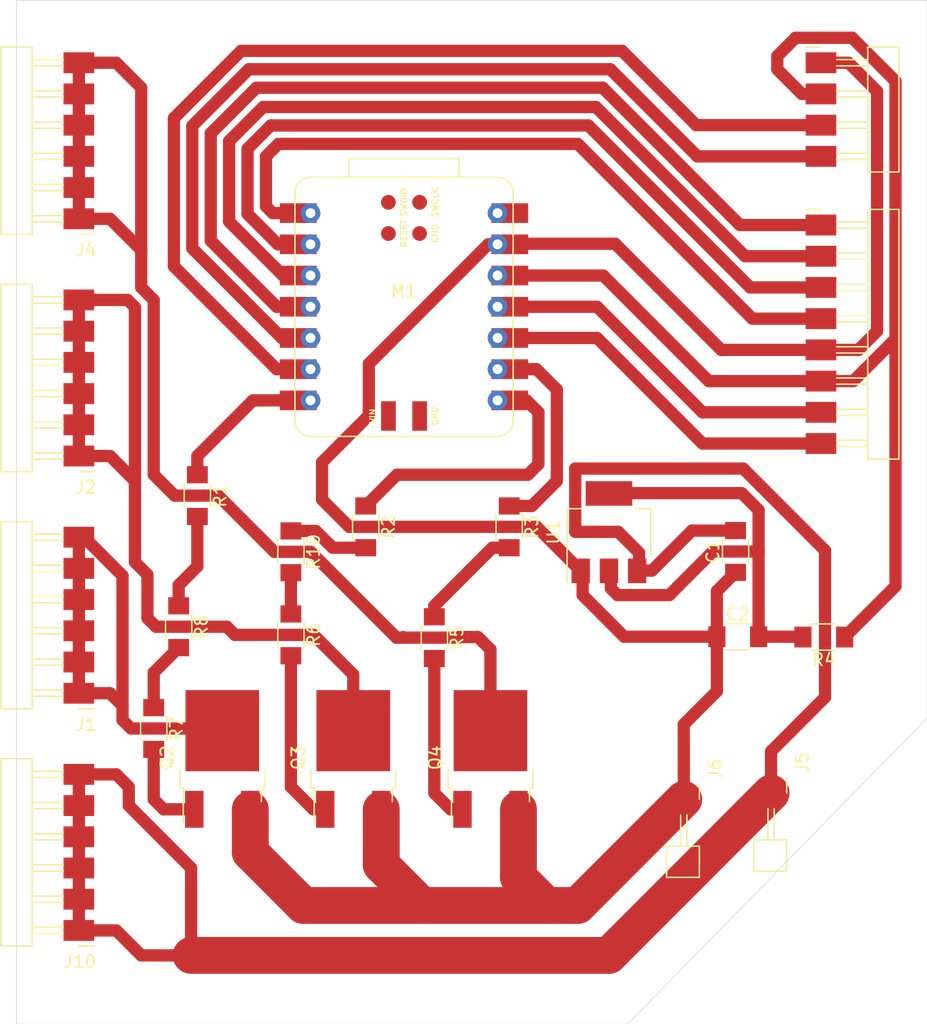
<source format=kicad_pcb>
(kicad_pcb (version 20240108) (generator "pcbnew") (generator_version "8.0")
  (layers (0 "F.Cu" signal) (31 "B.Cu" signal) (34 "B.Paste" user) (35 "F.Paste" user) (36 "B.SilkS" user "B.Silkscreen") (37 "F.SilkS" user "F.Silkscreen") (38 "B.Mask" user) (39 "F.Mask" user) (44 "Edge.Cuts" user))
  (net 0 "")
  (net 1 "PWR_12V")
  (net 2 "PWR_GND")
  (net 3 "3.3V")
  (net 4 "2")
  (net 5 "3")
  (net 6 "SDA")
  (net 7 "SCL")
  (net 8 "4")
  (net 9 "Button4")
  (net 10 "Button2")
  (net 11 "Button3")
  (net 12 "Button1")
  (net 13 "Button5")
  (net 14 "Button6")
  (net 15 "G")
  (net 16 "R")
  (net 17 "B")
  (net 19 "RR")
  (net 20 "GG")
  (net 21 "BB")
  (net 22 "Net-(R3-Pad2)")
  (net 23 "Net-(R1-Pad2)")
  (net 24 "Net-(R7-Pad1)")
  (net 25 "Net-(R10-Pad1)")
  (net 26 "Net-(R10-Pad2)")
  (footprint "Fabac:R_1206" (layer "F.Cu") (at 113.792 99.236 -90)
    (property "Reference" "R1" (at 0 -1.85 90) (layer "F.SilkS"))
    (property "Value" "R_1206")
    (fp_line (start 1 1.07) (end -1 1.07) (stroke (width 0.12)) (layer "F.SilkS"))
    (fp_line (start -1 -1.07) (end 1 -1.07) (stroke (width 0.12)) (layer "F.SilkS"))
    (pad "1" smd rect (at -1.7 0 270) (size 1.4 1.7) (layers "F.Cu" "F.Paste" "F.Mask") (net 16 "R"))
    (pad "2" smd rect (at 1.7 0 270) (size 1.4 1.7) (layers "F.Cu" "F.Paste" "F.Mask") (net 23 "Net-(R1-Pad2)"))
  )
  (footprint "Fabac:PinHeader_1x01_P2.54mm_Horizontal_SMD" (layer "F.Cu") (at 160.528 123.444 -90)
    (property "Reference" "J5" (at -1.524 -2.54 90) (layer "F.SilkS") (effects (justify left)))
    (property "Value" "Conn_PinHeader_1x01_P2.54mm_Horizontal_SMD" (hide yes))
    (fp_line (start 3.81 1.397) (end 3.81 -1.27) (stroke (width 0.12)) (layer "F.SilkS"))
    (fp_line (start 6.35 1.397) (end 3.81 1.397) (stroke (width 0.12)) (layer "F.SilkS"))
    (fp_line (start 3.81 0.254) (end 1.27 0.254) (stroke (width 0.12)) (layer "F.SilkS"))
    (fp_line (start 3.81 -0.254) (end 1.27 -0.254) (stroke (width 0.12)) (layer "F.SilkS"))
    (fp_line (start -1.27 -1.27) (end 0 -1.27) (stroke (width 0.12)) (layer "F.SilkS"))
    (fp_line (start 3.81 -1.27) (end 6.35 -1.27) (stroke (width 0.12)) (layer "F.SilkS"))
    (fp_line (start 6.35 -1.27) (end 6.35 1.397) (stroke (width 0.12)) (layer "F.SilkS"))
    (pad "1" smd rect (at 0 0 270) (size 2.5 1.7) (layers "F.Cu" "F.Paste" "F.Mask") (net 1 "PWR_12V"))
  )
  (footprint "Fabac:TO-252" (layer "F.Cu") (at 126.492 120.564 90)
    (property "Reference" "Q3" (at 0 -4.5 270) (layer "F.SilkS"))
    (property "Value" "Transistor_MOSFET_NCh_TO252")
    (fp_line (start -0.97 -3.45) (end -2.47 -3.45) (stroke (width 0.12)) (layer "F.SilkS"))
    (fp_line (start -2.47 -3.45) (end -2.47 -3.18) (stroke (width 0.12)) (layer "F.SilkS"))
    (fp_line (start -2.47 -3.18) (end -5.3 -3.18) (stroke (width 0.12)) (layer "F.SilkS"))
    (fp_line (start -2.47 3.18) (end -3.57 3.18) (stroke (width 0.12)) (layer "F.SilkS"))
    (fp_line (start -0.97 3.45) (end -2.47 3.45) (stroke (width 0.12)) (layer "F.SilkS"))
    (fp_line (start -2.47 3.45) (end -2.47 3.18) (stroke (width 0.12)) (layer "F.SilkS"))
    (pad "1" smd rect (at -4.2 -2.28 90) (size 3 1.5) (layers "F.Cu" "F.Paste" "F.Mask") (net 20 "GG"))
    (pad "2" smd rect (at 2.2 0 90) (size 6.6 6) (layers "F.Cu" "F.Paste" "F.Mask") (net 5 "3"))
    (pad "3" smd rect (at -4.2 2.28 90) (size 3 1.5) (layers "F.Cu" "F.Paste" "F.Mask") (net 2 "PWR_GND"))
  )
  (footprint "Fabac:R_1206" (layer "F.Cu") (at 133.096 110.794 -90)
    (property "Reference" "R5" (at 0 -1.85 90) (layer "F.SilkS"))
    (property "Value" "R_1206")
    (fp_line (start 1 1.07) (end -1 1.07) (stroke (width 0.12)) (layer "F.SilkS"))
    (fp_line (start -1 -1.07) (end 1 -1.07) (stroke (width 0.12)) (layer "F.SilkS"))
    (pad "1" smd rect (at -1.7 0 270) (size 1.4 1.7) (layers "F.Cu" "F.Paste" "F.Mask") (net 22 "Net-(R3-Pad2)"))
    (pad "2" smd rect (at 1.7 0 270) (size 1.4 1.7) (layers "F.Cu" "F.Paste" "F.Mask") (net 21 "BB"))
  )
  (footprint "Fabac:PinHeader_1x08_P2.54mm_Horizontal_SMD" (layer "F.Cu") (at 164.592 77.216)
    (property "Reference" "J8" (hide yes))
    (property "Value" "Conn_PinHeader_1x08_P2.54mm_Horizontal_SMD" (hide yes))
    (fp_line (start -1.27 -1.27) (end 0 -1.27) (stroke (width 0.12)) (layer "F.SilkS"))
    (fp_line (start 3.81 -1.27) (end 6.35 -1.27) (stroke (width 0.12)) (layer "F.SilkS"))
    (fp_line (start 3.81 -0.254) (end 1.27 -0.254) (stroke (width 0.12)) (layer "F.SilkS"))
    (fp_line (start 3.81 0.254) (end 1.27 0.254) (stroke (width 0.12)) (layer "F.SilkS"))
    (fp_line (start 3.81 2.286) (end 1.27 2.286) (stroke (width 0.12)) (layer "F.SilkS"))
    (fp_line (start 3.81 2.794) (end 1.27 2.794) (stroke (width 0.12)) (layer "F.SilkS"))
    (fp_line (start 3.81 4.826) (end 1.27 4.826) (stroke (width 0.12)) (layer "F.SilkS"))
    (fp_line (start 3.81 5.334) (end 1.27 5.334) (stroke (width 0.12)) (layer "F.SilkS"))
    (fp_line (start 3.81 7.366) (end 1.27 7.366) (stroke (width 0.12)) (layer "F.SilkS"))
    (fp_line (start 3.81 7.874) (end 1.27 7.874) (stroke (width 0.12)) (layer "F.SilkS"))
    (fp_line (start 3.81 9.906) (end 1.27 9.906) (stroke (width 0.12)) (layer "F.SilkS"))
    (fp_line (start 3.81 10.414) (end 1.27 10.414) (stroke (width 0.12)) (layer "F.SilkS"))
    (fp_line (start 3.81 12.446) (end 1.27 12.446) (stroke (width 0.12)) (layer "F.SilkS"))
    (fp_line (start 3.81 12.954) (end 1.27 12.954) (stroke (width 0.12)) (layer "F.SilkS"))
    (fp_line (start 3.81 14.986) (end 1.27 14.986) (stroke (width 0.12)) (layer "F.SilkS"))
    (fp_line (start 3.81 15.494) (end 1.27 15.494) (stroke (width 0.12)) (layer "F.SilkS"))
    (fp_line (start 3.81 17.526) (end 1.27 17.526) (stroke (width 0.12)) (layer "F.SilkS"))
    (fp_line (start 3.81 18.034) (end 1.27 18.034) (stroke (width 0.12)) (layer "F.SilkS"))
    (fp_line (start 3.81 19.05) (end 3.81 -1.27) (stroke (width 0.12)) (layer "F.SilkS"))
    (fp_line (start 6.35 -1.27) (end 6.35 19.05) (stroke (width 0.12)) (layer "F.SilkS"))
    (fp_line (start 6.35 19.05) (end 3.81 19.05) (stroke (width 0.12)) (layer "F.SilkS"))
    (pad "1" smd rect (at 0 0) (size 2.5 1.7) (layers "F.Cu" "F.Paste" "F.Mask") (net 9 "Button4"))
    (pad "2" smd rect (at 0 2.54) (size 2.5 1.7) (layers "F.Cu" "F.Paste" "F.Mask") (net 11 "Button3"))
    (pad "3" smd rect (at 0 5.08) (size 2.5 1.7) (layers "F.Cu" "F.Paste" "F.Mask") (net 10 "Button2"))
    (pad "4" smd rect (at 0 7.62) (size 2.5 1.7) (layers "F.Cu" "F.Paste" "F.Mask") (net 12 "Button1"))
    (pad "5" smd rect (at 0 10.16) (size 2.5 1.7) (layers "F.Cu" "F.Paste" "F.Mask") (net 2 "PWR_GND"))
    (pad "6" smd rect (at 0 12.7) (size 2.5 1.7) (layers "F.Cu" "F.Paste" "F.Mask") (net 3 "3.3V"))
    (pad "7" smd rect (at 0 15.24) (size 2.5 1.7) (layers "F.Cu" "F.Paste" "F.Mask") (net 14 "Button6"))
    (pad "8" smd rect (at 0 17.78) (size 2.5 1.7) (layers "F.Cu" "F.Paste" "F.Mask") (net 13 "Button5"))
  )
  (footprint "Fabac:R_1206" (layer "F.Cu") (at 112.268 109.904 -90)
    (property "Reference" "R8" (at 0 -1.85 90) (layer "F.SilkS"))
    (property "Value" "R_1206")
    (fp_line (start 1 1.07) (end -1 1.07) (stroke (width 0.12)) (layer "F.SilkS"))
    (fp_line (start -1 -1.07) (end 1 -1.07) (stroke (width 0.12)) (layer "F.SilkS"))
    (pad "1" smd rect (at -1.7 0 270) (size 1.4 1.7) (layers "F.Cu" "F.Paste" "F.Mask") (net 23 "Net-(R1-Pad2)"))
    (pad "2" smd rect (at 1.7 0 270) (size 1.4 1.7) (layers "F.Cu" "F.Paste" "F.Mask") (net 24 "Net-(R7-Pad1)"))
  )
  (footprint "Fabac:TO-252" (layer "F.Cu") (at 115.824 120.564 90)
    (property "Reference" "Q2" (at 0 -4.5 270) (layer "F.SilkS"))
    (property "Value" "Transistor_MOSFET_NCh_TO252")
    (fp_line (start -0.97 -3.45) (end -2.47 -3.45) (stroke (width 0.12)) (layer "F.SilkS"))
    (fp_line (start -2.47 -3.45) (end -2.47 -3.18) (stroke (width 0.12)) (layer "F.SilkS"))
    (fp_line (start -2.47 -3.18) (end -5.3 -3.18) (stroke (width 0.12)) (layer "F.SilkS"))
    (fp_line (start -2.47 3.18) (end -3.57 3.18) (stroke (width 0.12)) (layer "F.SilkS"))
    (fp_line (start -0.97 3.45) (end -2.47 3.45) (stroke (width 0.12)) (layer "F.SilkS"))
    (fp_line (start -2.47 3.45) (end -2.47 3.18) (stroke (width 0.12)) (layer "F.SilkS"))
    (pad "1" smd rect (at -4.2 -2.28 90) (size 3 1.5) (layers "F.Cu" "F.Paste" "F.Mask") (net 19 "RR"))
    (pad "2" smd rect (at 2.2 0 90) (size 6.6 6) (layers "F.Cu" "F.Paste" "F.Mask") (net 4 "2"))
    (pad "3" smd rect (at -4.2 2.28 90) (size 3 1.5) (layers "F.Cu" "F.Paste" "F.Mask") (net 2 "PWR_GND"))
  )
  (footprint "Fabac:PinHeader_1x01_P2.54mm_Horizontal_SMD" (layer "F.Cu") (at 153.416 123.952 -90)
    (property "Reference" "J6" (at -1.524 -2.54 90) (layer "F.SilkS") (effects (justify left)))
    (property "Value" "Conn_PinHeader_1x01_P2.54mm_Horizontal_SMD" (hide yes))
    (fp_line (start 3.81 1.397) (end 3.81 -1.27) (stroke (width 0.12)) (layer "F.SilkS"))
    (fp_line (start 6.35 1.397) (end 3.81 1.397) (stroke (width 0.12)) (layer "F.SilkS"))
    (fp_line (start 3.81 0.254) (end 1.27 0.254) (stroke (width 0.12)) (layer "F.SilkS"))
    (fp_line (start 3.81 -0.254) (end 1.27 -0.254) (stroke (width 0.12)) (layer "F.SilkS"))
    (fp_line (start -1.27 -1.27) (end 0 -1.27) (stroke (width 0.12)) (layer "F.SilkS"))
    (fp_line (start 3.81 -1.27) (end 6.35 -1.27) (stroke (width 0.12)) (layer "F.SilkS"))
    (fp_line (start 6.35 -1.27) (end 6.35 1.397) (stroke (width 0.12)) (layer "F.SilkS"))
    (pad "1" smd rect (at 0 0 270) (size 2.5 1.7) (layers "F.Cu" "F.Paste" "F.Mask") (net 2 "PWR_GND"))
  )
  (footprint "Fabac:PinHeader_1x04_P2.54mm_Horizontal_SMD" (layer "F.Cu") (at 164.592 64.008)
    (property "Reference" "J3" (hide yes))
    (property "Value" "Conn_PinHeader_1x04_P2.54mm_Horizontal_SMD" (hide yes))
    (fp_line (start -1.27 -1.27) (end 0 -1.27) (stroke (width 0.12)) (layer "F.SilkS"))
    (fp_line (start 3.81 -1.27) (end 6.35 -1.27) (stroke (width 0.12)) (layer "F.SilkS"))
    (fp_line (start 3.81 -0.254) (end 1.27 -0.254) (stroke (width 0.12)) (layer "F.SilkS"))
    (fp_line (start 3.81 0.254) (end 1.27 0.254) (stroke (width 0.12)) (layer "F.SilkS"))
    (fp_line (start 3.81 2.286) (end 1.27 2.286) (stroke (width 0.12)) (layer "F.SilkS"))
    (fp_line (start 3.81 2.794) (end 1.27 2.794) (stroke (width 0.12)) (layer "F.SilkS"))
    (fp_line (start 3.81 4.826) (end 1.27 4.826) (stroke (width 0.12)) (layer "F.SilkS"))
    (fp_line (start 3.81 5.334) (end 1.27 5.334) (stroke (width 0.12)) (layer "F.SilkS"))
    (fp_line (start 3.81 7.366) (end 1.27 7.366) (stroke (width 0.12)) (layer "F.SilkS"))
    (fp_line (start 3.81 7.874) (end 1.27 7.874) (stroke (width 0.12)) (layer "F.SilkS"))
    (fp_line (start 3.81 8.89) (end 3.81 -1.27) (stroke (width 0.12)) (layer "F.SilkS"))
    (fp_line (start 6.35 -1.27) (end 6.35 8.89) (stroke (width 0.12)) (layer "F.SilkS"))
    (fp_line (start 6.35 8.89) (end 3.81 8.89) (stroke (width 0.12)) (layer "F.SilkS"))
    (pad "1" smd rect (at 0 0) (size 2.5 1.7) (layers "F.Cu" "F.Paste" "F.Mask") (net 2 "PWR_GND"))
    (pad "2" smd rect (at 0 2.54) (size 2.5 1.7) (layers "F.Cu" "F.Paste" "F.Mask") (net 3 "3.3V"))
    (pad "3" smd rect (at 0 5.08) (size 2.5 1.7) (layers "F.Cu" "F.Paste" "F.Mask") (net 7 "SCL"))
    (pad "4" smd rect (at 0 7.62) (size 2.5 1.7) (layers "F.Cu" "F.Paste" "F.Mask") (net 6 "SDA"))
  )
  (footprint "Fabac:R_1206" (layer "F.Cu") (at 127.508 101.776 -90)
    (property "Reference" "R2" (at 0 -1.85 90) (layer "F.SilkS"))
    (property "Value" "R_1206")
    (fp_line (start 1 1.07) (end -1 1.07) (stroke (width 0.12)) (layer "F.SilkS"))
    (fp_line (start -1 -1.07) (end 1 -1.07) (stroke (width 0.12)) (layer "F.SilkS"))
    (pad "1" smd rect (at -1.7 0 270) (size 1.4 1.7) (layers "F.Cu" "F.Paste" "F.Mask") (net 15 "G"))
    (pad "2" smd rect (at 1.7 0 270) (size 1.4 1.7) (layers "F.Cu" "F.Paste" "F.Mask") (net 25 "Net-(R10-Pad1)"))
  )
  (footprint "Fabac:PinHeader_1x06_P2.54mm_Horizontal_SMD" (layer "F.Cu") (at 104.14 115.316 180)
    (property "Reference" "J1" (at -1.524 -2.54 180) (layer "F.SilkS") (effects (justify right)))
    (property "Value" "Conn_PinHeader_1x06_P2.54mm_Horizontal_SMD" (hide yes))
    (fp_line (start 6.35 13.97) (end 3.81 13.97) (stroke (width 0.12)) (layer "F.SilkS"))
    (fp_line (start 6.35 -1.27) (end 6.35 13.97) (stroke (width 0.12)) (layer "F.SilkS"))
    (fp_line (start 3.81 13.97) (end 3.81 -1.27) (stroke (width 0.12)) (layer "F.SilkS"))
    (fp_line (start 3.81 12.954) (end 1.27 12.954) (stroke (width 0.12)) (layer "F.SilkS"))
    (fp_line (start 3.81 12.446) (end 1.27 12.446) (stroke (width 0.12)) (layer "F.SilkS"))
    (fp_line (start 3.81 10.414) (end 1.27 10.414) (stroke (width 0.12)) (layer "F.SilkS"))
    (fp_line (start 3.81 9.906) (end 1.27 9.906) (stroke (width 0.12)) (layer "F.SilkS"))
    (fp_line (start 3.81 7.874) (end 1.27 7.874) (stroke (width 0.12)) (layer "F.SilkS"))
    (fp_line (start 3.81 7.366) (end 1.27 7.366) (stroke (width 0.12)) (layer "F.SilkS"))
    (fp_line (start 3.81 5.334) (end 1.27 5.334) (stroke (width 0.12)) (layer "F.SilkS"))
    (fp_line (start 3.81 4.826) (end 1.27 4.826) (stroke (width 0.12)) (layer "F.SilkS"))
    (fp_line (start 3.81 2.794) (end 1.27 2.794) (stroke (width 0.12)) (layer "F.SilkS"))
    (fp_line (start 3.81 2.286) (end 1.27 2.286) (stroke (width 0.12)) (layer "F.SilkS"))
    (fp_line (start 3.81 0.254) (end 1.27 0.254) (stroke (width 0.12)) (layer "F.SilkS"))
    (fp_line (start 3.81 -0.254) (end 1.27 -0.254) (stroke (width 0.12)) (layer "F.SilkS"))
    (fp_line (start 3.81 -1.27) (end 6.35 -1.27) (stroke (width 0.12)) (layer "F.SilkS"))
    (fp_line (start -1.27 -1.27) (end 0 -1.27) (stroke (width 0.12)) (layer "F.SilkS"))
    (pad "1" smd rect (at 0 0 180) (size 2.5 1.7) (layers "F.Cu" "F.Paste" "F.Mask") (net 4 "2"))
    (pad "2" smd rect (at 0 2.54 180) (size 2.5 1.7) (layers "F.Cu" "F.Paste" "F.Mask") (net 4 "2"))
    (pad "3" smd rect (at 0 5.08 180) (size 2.5 1.7) (layers "F.Cu" "F.Paste" "F.Mask") (net 4 "2"))
    (pad "4" smd rect (at 0 7.62 180) (size 2.5 1.7) (layers "F.Cu" "F.Paste" "F.Mask") (net 4 "2"))
    (pad "5" smd rect (at 0 10.16 180) (size 2.5 1.7) (layers "F.Cu" "F.Paste" "F.Mask") (net 4 "2"))
    (pad "6" smd rect (at 0 12.7 180) (size 2.5 1.7) (layers "F.Cu" "F.Paste" "F.Mask") (net 4 "2"))
  )
  (footprint "Fabac:C_1206" (layer "F.Cu") (at 157.636 103.782 90)
    (property "Reference" "C1" (at 0 -1.85 270) (layer "F.SilkS"))
    (property "Value" "C_1206")
    (fp_line (start -1 -1.07) (end 1 -1.07) (stroke (width 0.12)) (layer "F.SilkS"))
    (fp_line (start 1 1.07) (end -1 1.07) (stroke (width 0.12)) (layer "F.SilkS"))
    (pad "1" smd rect (at -1.7 0 90) (size 1.4 1.7) (layers "F.Cu" "F.Paste" "F.Mask") (net 2 "PWR_GND"))
    (pad "2" smd rect (at 1.7 0 90) (size 1.4 1.7) (layers "F.Cu" "F.Paste" "F.Mask") (net 1 "PWR_12V"))
  )
  (footprint "Fabac:TO-252" (layer "F.Cu") (at 137.668 120.564 90)
    (property "Reference" "Q4" (at 0 -4.5 270) (layer "F.SilkS"))
    (property "Value" "Transistor_MOSFET_NCh_TO252")
    (fp_line (start -0.97 -3.45) (end -2.47 -3.45) (stroke (width 0.12)) (layer "F.SilkS"))
    (fp_line (start -2.47 -3.45) (end -2.47 -3.18) (stroke (width 0.12)) (layer "F.SilkS"))
    (fp_line (start -2.47 -3.18) (end -5.3 -3.18) (stroke (width 0.12)) (layer "F.SilkS"))
    (fp_line (start -2.47 3.18) (end -3.57 3.18) (stroke (width 0.12)) (layer "F.SilkS"))
    (fp_line (start -0.97 3.45) (end -2.47 3.45) (stroke (width 0.12)) (layer "F.SilkS"))
    (fp_line (start -2.47 3.45) (end -2.47 3.18) (stroke (width 0.12)) (layer "F.SilkS"))
    (pad "1" smd rect (at -4.2 -2.28 90) (size 3 1.5) (layers "F.Cu" "F.Paste" "F.Mask") (net 21 "BB"))
    (pad "2" smd rect (at 2.2 0 90) (size 6.6 6) (layers "F.Cu" "F.Paste" "F.Mask") (net 8 "4"))
    (pad "3" smd rect (at -4.2 2.28 90) (size 3 1.5) (layers "F.Cu" "F.Paste" "F.Mask") (net 2 "PWR_GND"))
  )
  (footprint "Fabac:R_1206" (layer "F.Cu") (at 121.412 110.568 -90)
    (property "Reference" "R6" (at 0 -1.85 90) (layer "F.SilkS"))
    (property "Value" "R_1206")
    (fp_line (start 1 1.07) (end -1 1.07) (stroke (width 0.12)) (layer "F.SilkS"))
    (fp_line (start -1 -1.07) (end 1 -1.07) (stroke (width 0.12)) (layer "F.SilkS"))
    (pad "1" smd rect (at -1.7 0 270) (size 1.4 1.7) (layers "F.Cu" "F.Paste" "F.Mask") (net 26 "Net-(R10-Pad2)"))
    (pad "2" smd rect (at 1.7 0 270) (size 1.4 1.7) (layers "F.Cu" "F.Paste" "F.Mask") (net 20 "GG"))
  )
  (footprint "Fabac:R_1206" (layer "F.Cu") (at 164.824 110.744 180)
    (property "Reference" "R4" (at 0 -1.85 180) (layer "F.SilkS"))
    (property "Value" "R_1206")
    (fp_line (start 1 1.07) (end -1 1.07) (stroke (width 0.12)) (layer "F.SilkS"))
    (fp_line (start -1 -1.07) (end 1 -1.07) (stroke (width 0.12)) (layer "F.SilkS"))
    (pad "1" smd rect (at -1.7 0 180) (size 1.4 1.7) (layers "F.Cu" "F.Paste" "F.Mask") (net 3 "3.3V"))
    (pad "2" smd rect (at 1.7 0 180) (size 1.4 1.7) (layers "F.Cu" "F.Paste" "F.Mask") (net 3 "3.3V"))
  )
  (footprint "Fabac:R_1206" (layer "F.Cu") (at 139.192 101.776 -90)
    (property "Reference" "R3" (at 0 -1.85 90) (layer "F.SilkS"))
    (property "Value" "R_1206")
    (fp_line (start 1 1.07) (end -1 1.07) (stroke (width 0.12)) (layer "F.SilkS"))
    (fp_line (start -1 -1.07) (end 1 -1.07) (stroke (width 0.12)) (layer "F.SilkS"))
    (pad "1" smd rect (at -1.7 0 270) (size 1.4 1.7) (layers "F.Cu" "F.Paste" "F.Mask") (net 17 "B"))
    (pad "2" smd rect (at 1.7 0 270) (size 1.4 1.7) (layers "F.Cu" "F.Paste" "F.Mask") (net 22 "Net-(R3-Pad2)"))
  )
  (footprint "Fabac:SeeedStudio_XIAO_RP2040" (layer "F.Cu") (at 130.625 83.866)
    (property "Reference" "M1" (at 0 -1.27 0) (layer "F.SilkS"))
    (property "Value" "Module_XIAO-RP2040_SocketSMD")
    (fp_line (start -8.8875 9.281) (end -8.8875 -9.261) (stroke (width 0.12)) (layer "F.SilkS"))
    (fp_line (start -7.6175 -10.531) (end 7.6225 -10.531) (stroke (width 0.12)) (layer "F.SilkS"))
    (fp_line (start 7.6225 10.551) (end -7.6175 10.551) (stroke (width 0.12)) (layer "F.SilkS"))
    (fp_line (start 8.8925 -9.261) (end 8.8925 9.281) (stroke (width 0.12)) (layer "F.SilkS"))
    (fp_rect (start -4.4975 -10.531) (end 4.5025 -12.055) (stroke (width 0.12)) (fill none) (layer "F.SilkS"))
    (fp_arc (start -8.8875 -9.261) (mid -8.515526 -10.159026) (end -7.6175 -10.531) (stroke (width 0.12)) (layer "F.SilkS"))
    (fp_arc (start -7.6175 10.551) (mid -8.515526 10.179026) (end -8.8875 9.281) (stroke (width 0.12)) (layer "F.SilkS"))
    (fp_arc (start 7.6225 -10.531) (mid 8.520526 -10.159026) (end 8.8925 -9.261) (stroke (width 0.12)) (layer "F.SilkS"))
    (fp_arc (start 8.8925 9.281) (mid 8.520526 10.179026) (end 7.6225 10.551) (stroke (width 0.12)) (layer "F.SilkS"))
    (fp_text user "GND" (at 2.545 8.89 90) (layer "F.SilkS") (effects (font (size 0.5 0.5) (thickness 0.1) (bold yes))))
    (fp_text user "SWCLK" (at 2.54 -8.5 90) (layer "F.SilkS") (effects (font (size 0.5 0.5) (thickness 0.1) (bold yes))))
    (fp_text user "VIN" (at -2.535 8.89 90) (layer "F.SilkS") (effects (font (size 0.5 0.5) (thickness 0.1) (bold yes))))
    (fp_text user "SWDIO" (at 0 -8.5 90) (layer "F.SilkS") (effects (font (size 0.5 0.5) (thickness 0.1) (bold yes))))
    (fp_text user "RESET" (at 0 -5.96 90) (layer "F.SilkS") (effects (font (size 0.5 0.5) (thickness 0.1) (bold yes))))
    (fp_text user "GND" (at 2.54 -5.96 90) (layer "F.SilkS") (effects (font (size 0.5 0.5) (thickness 0.1) (bold yes))))
    (pad "1" thru_hole circle (at -7.615 -7.62) (size 1.6 1.6) (drill 0.8) (layers "*.Cu" "*.Mask") (net 12 "Button1"))
    (pad "1" smd rect (at -7.615 -7.62) (size 3 1.6) (drill (offset -1 0)) (layers "F.Cu" "F.Paste" "F.Mask") (net 12 "Button1"))
    (pad "2" thru_hole circle (at -7.615 -5.08) (size 1.6 1.6) (drill 0.8) (layers "*.Cu" "*.Mask") (net 10 "Button2"))
    (pad "2" smd rect (at -7.615 -5.08) (size 3 1.6) (drill (offset -1 0)) (layers "F.Cu" "F.Paste" "F.Mask") (net 10 "Button2"))
    (pad "3" thru_hole circle (at -7.615 -2.54) (size 1.6 1.6) (drill 0.8) (layers "*.Cu" "*.Mask") (net 11 "Button3"))
    (pad "3" smd rect (at -7.615 -2.54) (size 3 1.6) (drill (offset -1 0)) (layers "F.Cu" "F.Paste" "F.Mask") (net 11 "Button3"))
    (pad "4" thru_hole circle (at -7.615 0) (size 1.6 1.6) (drill 0.8) (layers "*.Cu" "*.Mask") (net 9 "Button4"))
    (pad "4" smd rect (at -7.615 0) (size 3 1.6) (drill (offset -1 0)) (layers "F.Cu" "F.Paste" "F.Mask") (net 9 "Button4"))
    (pad "5" thru_hole circle (at -7.615 2.54) (size 1.6 1.6) (drill 0.8) (layers "*.Cu" "*.Mask") (net 6 "SDA"))
    (pad "5" smd rect (at -7.615 2.54) (size 3 1.6) (drill (offset -1 0)) (layers "F.Cu" "F.Paste" "F.Mask") (net 6 "SDA"))
    (pad "6" thru_hole circle (at -7.615 5.08) (size 1.6 1.6) (drill 0.8) (layers "*.Cu" "*.Mask") (net 7 "SCL"))
    (pad "6" smd rect (at -7.615 5.08) (size 3 1.6) (drill (offset -1 0)) (layers "F.Cu" "F.Paste" "F.Mask") (net 7 "SCL"))
    (pad "7" thru_hole circle (at -7.615 7.62) (size 1.6 1.6) (drill 0.8) (layers "*.Cu" "*.Mask") (net 16 "R"))
    (pad "7" smd rect (at -7.615 7.62) (size 3 1.6) (drill (offset -1 0)) (layers "F.Cu" "F.Paste" "F.Mask") (net 16 "R"))
    (pad "8" thru_hole circle (at 7.62 7.62) (size 1.6 1.6) (drill 0.8) (layers "*.Cu" "*.Mask") (net 15 "G"))
    (pad "8" smd rect (at 7.62 7.62) (size 3 1.6) (drill (offset 1 0)) (layers "F.Cu" "F.Paste" "F.Mask") (net 15 "G"))
    (pad "9" thru_hole circle (at 7.62 5.08) (size 1.6 1.6) (drill 0.8) (layers "*.Cu" "*.Mask") (net 17 "B"))
    (pad "9" smd rect (at 7.62 5.08) (size 3 1.6) (drill (offset 1 0)) (layers "F.Cu" "F.Paste" "F.Mask") (net 17 "B"))
    (pad "10" thru_hole circle (at 7.62 2.54) (size 1.6 1.6) (drill 0.8) (layers "*.Cu" "*.Mask") (net 13 "Button5"))
    (pad "10" smd rect (at 7.62 2.54) (size 3 1.6) (drill (offset 1 0)) (layers "F.Cu" "F.Paste" "F.Mask") (net 13 "Button5"))
    (pad "11" thru_hole circle (at 7.62 0) (size 1.6 1.6) (drill 0.8) (layers "*.Cu" "*.Mask") (net 14 "Button6"))
    (pad "11" smd rect (at 7.62 0) (size 3 1.6) (drill (offset 1 0)) (layers "F.Cu" "F.Paste" "F.Mask") (net 14 "Button6"))
    (pad "12" thru_hole circle (at 7.62 -2.54) (size 1.6 1.6) (drill 0.8) (layers "*.Cu" "*.Mask") (net 3 "3.3V"))
    (pad "12" smd rect (at 7.62 -2.54) (size 3 1.6) (drill (offset 1 0)) (layers "F.Cu" "F.Paste" "F.Mask") (net 3 "3.3V"))
    (pad "13" thru_hole circle (at 7.62 -5.08) (size 1.6 1.6) (drill 0.8) (layers "*.Cu" "*.Mask") (net 2 "PWR_GND"))
    (pad "13" smd rect (at 7.62 -5.08) (size 3 1.6) (drill (offset 1 0)) (layers "F.Cu" "F.Paste" "F.Mask") (net 2 "PWR_GND"))
    (pad "14" thru_hole circle (at 7.62 -7.62) (size 1.6 1.6) (drill 0.8) (layers "*.Cu" "*.Mask"))
    (pad "14" smd rect (at 7.62 -7.62) (size 3 1.6) (drill (offset 1 0)) (layers "F.Cu" "F.Paste" "F.Mask"))
    (pad "15" smd rect (at 1.275 8.89 270) (size 2.4 1.2) (layers "F.Cu" "F.Paste" "F.Mask"))
    (pad "16" smd rect (at -1.265 8.89 270) (size 2.4 1.2) (layers "F.Cu" "F.Paste" "F.Mask"))
    (pad "17" smd circle (at -1.27 -8.5) (size 1.2 1.2) (layers "F.Cu" "F.Paste" "F.Mask"))
    (pad "18" smd circle (at -1.27 -5.96) (size 1.2 1.2) (layers "F.Cu" "F.Paste" "F.Mask"))
    (pad "19" smd circle (at 1.27 -5.96) (size 1.2 1.2) (layers "F.Cu" "F.Paste" "F.Mask"))
    (pad "20" smd circle (at 1.27 -8.5) (size 1.2 1.2) (layers "F.Cu" "F.Paste" "F.Mask"))
  )
  (footprint "Fabac:R_1206" (layer "F.Cu") (at 121.412 103.808 -90)
    (property "Reference" "R10" (at 0 -1.85 90) (layer "F.SilkS"))
    (property "Value" "R_1206")
    (fp_line (start 1 1.07) (end -1 1.07) (stroke (width 0.12)) (layer "F.SilkS"))
    (fp_line (start -1 -1.07) (end 1 -1.07) (stroke (width 0.12)) (layer "F.SilkS"))
    (pad "1" smd rect (at -1.7 0 270) (size 1.4 1.7) (layers "F.Cu" "F.Paste" "F.Mask") (net 25 "Net-(R10-Pad1)"))
    (pad "2" smd rect (at 1.7 0 270) (size 1.4 1.7) (layers "F.Cu" "F.Paste" "F.Mask") (net 26 "Net-(R10-Pad2)"))
  )
  (footprint "Fabac:SOT-223-3_TabPin2" (layer "F.Cu") (at 147.32 102.21 90)
    (property "Reference" "U1" (at 0 -4.5 270) (layer "F.SilkS"))
    (property "Value" "Regulator_Linear_3.3V_1A_DiodesIncorporated")
    (fp_line (start 1.91 -3.41) (end 1.91 -2.15) (stroke (width 0.12)) (layer "F.SilkS"))
    (fp_line (start -4.1 -3.41) (end 1.91 -3.41) (stroke (width 0.12)) (layer "F.SilkS"))
    (fp_line (start 1.91 3.41) (end 1.91 2.15) (stroke (width 0.12)) (layer "F.SilkS"))
    (fp_line (start -1.85 3.41) (end 1.91 3.41) (stroke (width 0.12)) (layer "F.SilkS"))
    (pad "1" smd rect (at -3.15 -2.3 90) (size 2 1.5) (layers "F.Cu" "F.Paste" "F.Mask") (net 2 "PWR_GND"))
    (pad "2" smd rect (at -3.15 0 90) (size 2 1.5) (layers "F.Cu" "F.Paste" "F.Mask") (net 3 "3.3V"))
    (pad "2" smd rect (at 3.15 0 90) (size 2 3.8) (layers "F.Cu" "F.Paste" "F.Mask") (net 3 "3.3V"))
    (pad "3" smd rect (at -3.15 2.3 90) (size 2 1.5) (layers "F.Cu" "F.Paste" "F.Mask") (net 1 "PWR_12V"))
  )
  (footprint "Fabac:C_1206" (layer "F.Cu") (at 157.812 110.718)
    (property "Reference" "C2" (at 0 -1.85 0) (layer "F.SilkS"))
    (property "Value" "C_1206")
    (fp_line (start -1 -1.07) (end 1 -1.07) (stroke (width 0.12)) (layer "F.SilkS"))
    (fp_line (start 1 1.07) (end -1 1.07) (stroke (width 0.12)) (layer "F.SilkS"))
    (pad "1" smd rect (at -1.7 0) (size 1.4 1.7) (layers "F.Cu" "F.Paste" "F.Mask") (net 2 "PWR_GND"))
    (pad "2" smd rect (at 1.7 0) (size 1.4 1.7) (layers "F.Cu" "F.Paste" "F.Mask") (net 3 "3.3V"))
  )
  (footprint "Fabac:PinHeader_1x06_P2.54mm_Horizontal_SMD" (layer "F.Cu") (at 104.14 76.708 180)
    (property "Reference" "J4" (at -1.524 -2.54 180) (layer "F.SilkS") (effects (justify right)))
    (property "Value" "Conn_PinHeader_1x06_P2.54mm_Horizontal_SMD" (hide yes))
    (fp_line (start 6.35 13.97) (end 3.81 13.97) (stroke (width 0.12)) (layer "F.SilkS"))
    (fp_line (start 6.35 -1.27) (end 6.35 13.97) (stroke (width 0.12)) (layer "F.SilkS"))
    (fp_line (start 3.81 13.97) (end 3.81 -1.27) (stroke (width 0.12)) (layer "F.SilkS"))
    (fp_line (start 3.81 12.954) (end 1.27 12.954) (stroke (width 0.12)) (layer "F.SilkS"))
    (fp_line (start 3.81 12.446) (end 1.27 12.446) (stroke (width 0.12)) (layer "F.SilkS"))
    (fp_line (start 3.81 10.414) (end 1.27 10.414) (stroke (width 0.12)) (layer "F.SilkS"))
    (fp_line (start 3.81 9.906) (end 1.27 9.906) (stroke (width 0.12)) (layer "F.SilkS"))
    (fp_line (start 3.81 7.874) (end 1.27 7.874) (stroke (width 0.12)) (layer "F.SilkS"))
    (fp_line (start 3.81 7.366) (end 1.27 7.366) (stroke (width 0.12)) (layer "F.SilkS"))
    (fp_line (start 3.81 5.334) (end 1.27 5.334) (stroke (width 0.12)) (layer "F.SilkS"))
    (fp_line (start 3.81 4.826) (end 1.27 4.826) (stroke (width 0.12)) (layer "F.SilkS"))
    (fp_line (start 3.81 2.794) (end 1.27 2.794) (stroke (width 0.12)) (layer "F.SilkS"))
    (fp_line (start 3.81 2.286) (end 1.27 2.286) (stroke (width 0.12)) (layer "F.SilkS"))
    (fp_line (start 3.81 0.254) (end 1.27 0.254) (stroke (width 0.12)) (layer "F.SilkS"))
    (fp_line (start 3.81 -0.254) (end 1.27 -0.254) (stroke (width 0.12)) (layer "F.SilkS"))
    (fp_line (start 3.81 -1.27) (end 6.35 -1.27) (stroke (width 0.12)) (layer "F.SilkS"))
    (fp_line (start -1.27 -1.27) (end 0 -1.27) (stroke (width 0.12)) (layer "F.SilkS"))
    (pad "1" smd rect (at 0 0 180) (size 2.5 1.7) (layers "F.Cu" "F.Paste" "F.Mask") (net 8 "4"))
    (pad "2" smd rect (at 0 2.54 180) (size 2.5 1.7) (layers "F.Cu" "F.Paste" "F.Mask") (net 8 "4"))
    (pad "3" smd rect (at 0 5.08 180) (size 2.5 1.7) (layers "F.Cu" "F.Paste" "F.Mask") (net 8 "4"))
    (pad "4" smd rect (at 0 7.62 180) (size 2.5 1.7) (layers "F.Cu" "F.Paste" "F.Mask") (net 8 "4"))
    (pad "5" smd rect (at 0 10.16 180) (size 2.5 1.7) (layers "F.Cu" "F.Paste" "F.Mask") (net 8 "4"))
    (pad "6" smd rect (at 0 12.7 180) (size 2.5 1.7) (layers "F.Cu" "F.Paste" "F.Mask") (net 8 "4"))
  )
  (footprint "Fabac:PinHeader_1x06_P2.54mm_Horizontal_SMD" (layer "F.Cu") (at 104.14 96.012 180)
    (property "Reference" "J2" (at -1.524 -2.54 180) (layer "F.SilkS") (effects (justify right)))
    (property "Value" "Conn_PinHeader_1x06_P2.54mm_Horizontal_SMD" (hide yes))
    (fp_line (start 6.35 13.97) (end 3.81 13.97) (stroke (width 0.12)) (layer "F.SilkS"))
    (fp_line (start 6.35 -1.27) (end 6.35 13.97) (stroke (width 0.12)) (layer "F.SilkS"))
    (fp_line (start 3.81 13.97) (end 3.81 -1.27) (stroke (width 0.12)) (layer "F.SilkS"))
    (fp_line (start 3.81 12.954) (end 1.27 12.954) (stroke (width 0.12)) (layer "F.SilkS"))
    (fp_line (start 3.81 12.446) (end 1.27 12.446) (stroke (width 0.12)) (layer "F.SilkS"))
    (fp_line (start 3.81 10.414) (end 1.27 10.414) (stroke (width 0.12)) (layer "F.SilkS"))
    (fp_line (start 3.81 9.906) (end 1.27 9.906) (stroke (width 0.12)) (layer "F.SilkS"))
    (fp_line (start 3.81 7.874) (end 1.27 7.874) (stroke (width 0.12)) (layer "F.SilkS"))
    (fp_line (start 3.81 7.366) (end 1.27 7.366) (stroke (width 0.12)) (layer "F.SilkS"))
    (fp_line (start 3.81 5.334) (end 1.27 5.334) (stroke (width 0.12)) (layer "F.SilkS"))
    (fp_line (start 3.81 4.826) (end 1.27 4.826) (stroke (width 0.12)) (layer "F.SilkS"))
    (fp_line (start 3.81 2.794) (end 1.27 2.794) (stroke (width 0.12)) (layer "F.SilkS"))
    (fp_line (start 3.81 2.286) (end 1.27 2.286) (stroke (width 0.12)) (layer "F.SilkS"))
    (fp_line (start 3.81 0.254) (end 1.27 0.254) (stroke (width 0.12)) (layer "F.SilkS"))
    (fp_line (start 3.81 -0.254) (end 1.27 -0.254) (stroke (width 0.12)) (layer "F.SilkS"))
    (fp_line (start 3.81 -1.27) (end 6.35 -1.27) (stroke (width 0.12)) (layer "F.SilkS"))
    (fp_line (start -1.27 -1.27) (end 0 -1.27) (stroke (width 0.12)) (layer "F.SilkS"))
    (pad "1" smd rect (at 0 0 180) (size 2.5 1.7) (layers "F.Cu" "F.Paste" "F.Mask") (net 5 "3"))
    (pad "2" smd rect (at 0 2.54 180) (size 2.5 1.7) (layers "F.Cu" "F.Paste" "F.Mask") (net 5 "3"))
    (pad "3" smd rect (at 0 5.08 180) (size 2.5 1.7) (layers "F.Cu" "F.Paste" "F.Mask") (net 5 "3"))
    (pad "4" smd rect (at 0 7.62 180) (size 2.5 1.7) (layers "F.Cu" "F.Paste" "F.Mask") (net 5 "3"))
    (pad "5" smd rect (at 0 10.16 180) (size 2.5 1.7) (layers "F.Cu" "F.Paste" "F.Mask") (net 5 "3"))
    (pad "6" smd rect (at 0 12.7 180) (size 2.5 1.7) (layers "F.Cu" "F.Paste" "F.Mask") (net 5 "3"))
  )
  (footprint "Fabac:R_1206" (layer "F.Cu") (at 110.236 118.188 -90)
    (property "Reference" "R7" (at 0 -1.85 90) (layer "F.SilkS"))
    (property "Value" "R_1206")
    (fp_line (start 1 1.07) (end -1 1.07) (stroke (width 0.12)) (layer "F.SilkS"))
    (fp_line (start -1 -1.07) (end 1 -1.07) (stroke (width 0.12)) (layer "F.SilkS"))
    (pad "1" smd rect (at -1.7 0 270) (size 1.4 1.7) (layers "F.Cu" "F.Paste" "F.Mask") (net 24 "Net-(R7-Pad1)"))
    (pad "2" smd rect (at 1.7 0 270) (size 1.4 1.7) (layers "F.Cu" "F.Paste" "F.Mask") (net 19 "RR"))
  )
  (footprint "Fabac:PinHeader_1x06_P2.54mm_Horizontal_SMD" (layer "F.Cu") (at 104.14 134.62 180)
    (property "Reference" "J10" (at -1.524 -2.54 180) (layer "F.SilkS") (effects (justify right)))
    (property "Value" "Conn_PinHeader_1x06_P2.54mm_Horizontal_SMD" (hide yes))
    (fp_line (start 6.35 13.97) (end 3.81 13.97) (stroke (width 0.12)) (layer "F.SilkS"))
    (fp_line (start 6.35 -1.27) (end 6.35 13.97) (stroke (width 0.12)) (layer "F.SilkS"))
    (fp_line (start 3.81 13.97) (end 3.81 -1.27) (stroke (width 0.12)) (layer "F.SilkS"))
    (fp_line (start 3.81 12.954) (end 1.27 12.954) (stroke (width 0.12)) (layer "F.SilkS"))
    (fp_line (start 3.81 12.446) (end 1.27 12.446) (stroke (width 0.12)) (layer "F.SilkS"))
    (fp_line (start 3.81 10.414) (end 1.27 10.414) (stroke (width 0.12)) (layer "F.SilkS"))
    (fp_line (start 3.81 9.906) (end 1.27 9.906) (stroke (width 0.12)) (layer "F.SilkS"))
    (fp_line (start 3.81 7.874) (end 1.27 7.874) (stroke (width 0.12)) (layer "F.SilkS"))
    (fp_line (start 3.81 7.366) (end 1.27 7.366) (stroke (width 0.12)) (layer "F.SilkS"))
    (fp_line (start 3.81 5.334) (end 1.27 5.334) (stroke (width 0.12)) (layer "F.SilkS"))
    (fp_line (start 3.81 4.826) (end 1.27 4.826) (stroke (width 0.12)) (layer "F.SilkS"))
    (fp_line (start 3.81 2.794) (end 1.27 2.794) (stroke (width 0.12)) (layer "F.SilkS"))
    (fp_line (start 3.81 2.286) (end 1.27 2.286) (stroke (width 0.12)) (layer "F.SilkS"))
    (fp_line (start 3.81 0.254) (end 1.27 0.254) (stroke (width 0.12)) (layer "F.SilkS"))
    (fp_line (start 3.81 -0.254) (end 1.27 -0.254) (stroke (width 0.12)) (layer "F.SilkS"))
    (fp_line (start 3.81 -1.27) (end 6.35 -1.27) (stroke (width 0.12)) (layer "F.SilkS"))
    (fp_line (start -1.27 -1.27) (end 0 -1.27) (stroke (width 0.12)) (layer "F.SilkS"))
    (pad "1" smd rect (at 0 0 180) (size 2.5 1.7) (layers "F.Cu" "F.Paste" "F.Mask") (net 1 "PWR_12V"))
    (pad "2" smd rect (at 0 2.54 180) (size 2.5 1.7) (layers "F.Cu" "F.Paste" "F.Mask") (net 1 "PWR_12V"))
    (pad "3" smd rect (at 0 5.08 180) (size 2.5 1.7) (layers "F.Cu" "F.Paste" "F.Mask") (net 1 "PWR_12V"))
    (pad "4" smd rect (at 0 7.62 180) (size 2.5 1.7) (layers "F.Cu" "F.Paste" "F.Mask") (net 1 "PWR_12V"))
    (pad "5" smd rect (at 0 10.16 180) (size 2.5 1.7) (layers "F.Cu" "F.Paste" "F.Mask") (net 1 "PWR_12V"))
    (pad "6" smd rect (at 0 12.7 180) (size 2.5 1.7) (layers "F.Cu" "F.Paste" "F.Mask") (net 1 "PWR_12V"))
  )
  (gr_poly (pts (xy 99.06 58.928) (xy 173.228 58.928) (xy 173.228 117.348) (xy 148.844 142.24) (xy 99.06 142.24)) (stroke (width 0.05)) (fill none) (layer "Edge.Cuts"))
  (segment (start 108.204 124.46) (end 113.284 129.54) (width 1) (layer "F.Cu") (net 1))
  (segment (start 158.25932 97.034) (end 164.924 103.69868) (width 1) (layer "F.Cu") (net 1))
  (segment (start 113.284 129.54) (end 113.284 136.652) (width 1) (layer "F.Cu") (net 1))
  (segment (start 150.828 105.334) (end 149.776 105.334) (width 1) (layer "F.Cu") (net 1))
  (segment (start 160.528 120.044) (end 160.528 123.444) (width 1) (layer "F.Cu") (net 1))
  (segment (start 107.188 121.92) (end 108.204 122.936) (width 1) (layer "F.Cu") (net 1))
  (segment (start 160.528 123.444) (end 147.32 136.652) (width 3) (layer "F.Cu") (net 1))
  (segment (start 107.188 134.62) (end 109.22 136.652) (width 1) (layer "F.Cu") (net 1))
  (segment (start 149.776 105.334) (end 149.776 103.884) (width 1) (layer "F.Cu") (net 1))
  (segment (start 108.204 122.936) (end 108.204 124.46) (width 1) (layer "F.Cu") (net 1))
  (segment (start 157.636 102.082) (end 154.08 102.082) (width 1) (layer "F.Cu") (net 1))
  (segment (start 148.076 102.184) (end 144.576 102.184) (width 1) (layer "F.Cu") (net 1))
  (segment (start 109.22 136.652) (end 113.284 136.652) (width 1) (layer "F.Cu") (net 1))
  (segment (start 147.32 136.652) (end 113.284 136.652) (width 3) (layer "F.Cu") (net 1))
  (segment (start 104.14 134.62) (end 107.188 134.62) (width 1) (layer "F.Cu") (net 1))
  (segment (start 164.924 115.648) (end 160.528 120.044) (width 1) (layer "F.Cu") (net 1))
  (segment (start 144.576 97.034) (end 158.25932 97.034) (width 1) (layer "F.Cu") (net 1))
  (segment (start 164.924 103.69868) (end 164.924 115.648) (width 1) (layer "F.Cu") (net 1))
  (segment (start 104.14 121.92) (end 104.14 134.62) (width 1) (layer "F.Cu") (net 1))
  (segment (start 149.776 103.884) (end 148.076 102.184) (width 1) (layer "F.Cu") (net 1))
  (segment (start 154.08 102.082) (end 150.828 105.334) (width 1) (layer "F.Cu") (net 1))
  (segment (start 104.14 121.92) (end 107.188 121.92) (width 1) (layer "F.Cu") (net 1))
  (segment (start 144.576 102.184) (end 144.576 97.034) (width 1) (layer "F.Cu") (net 1))
  (segment (start 122.428 132.588) (end 132.08 132.588) (width 3) (layer "F.Cu") (net 2))
  (segment (start 123.952 99.568) (end 123.952 96.52) (width 1) (layer "F.Cu") (net 2))
  (segment (start 138.291 78.74) (end 138.245 78.786) (width 1) (layer "F.Cu") (net 2))
  (segment (start 139.948 124.764) (end 139.948 130.296) (width 3) (layer "F.Cu") (net 2))
  (segment (start 118.104 124.764) (end 118.104 128.264) (width 3) (layer "F.Cu") (net 2))
  (segment (start 137.485 78.786) (end 138.245 78.786) (width 1) (layer "F.Cu") (net 2))
  (segment (start 169.164 66.33) (end 169.164 85.852) (width 1) (layer "F.Cu") (net 2))
  (segment (start 126.16 101.776) (end 123.952 99.568) (width 1) (layer "F.Cu") (net 2))
  (segment (start 169.164 85.852) (end 167.64 87.376) (width 1) (layer "F.Cu") (net 2))
  (segment (start 139.948 130.296) (end 142.24 132.588) (width 3) (layer "F.Cu") (net 2))
  (segment (start 156.112 115.16) (end 153.416 117.856) (width 1) (layer "F.Cu") (net 2))
  (segment (start 142.24 132.588) (end 144.78 132.588) (width 3) (layer "F.Cu") (net 2))
  (segment (start 145.02 105.36) (end 141.436 101.776) (width 1) (layer "F.Cu") (net 2))
  (segment (start 156.112 110.718) (end 148.56 110.718) (width 1) (layer "F.Cu") (net 2))
  (segment (start 164.592 64.008) (end 166.842 64.008) (width 1) (layer "F.Cu") (net 2))
  (segment (start 156.464 87.376) (end 147.828 78.74) (width 1) (layer "F.Cu") (net 2))
  (segment (start 156.112 110.718) (end 156.112 115.16) (width 1) (layer "F.Cu") (net 2))
  (segment (start 127.76 92.712) (end 127.76 88.511) (width 1) (layer "F.Cu") (net 2))
  (segment (start 128.772 129.28) (end 132.08 132.588) (width 3) (layer "F.Cu") (net 2))
  (segment (start 166.842 64.008) (end 169.164 66.33) (width 1) (layer "F.Cu") (net 2))
  (segment (start 128.772 124.764) (end 128.772 129.28) (width 3) (layer "F.Cu") (net 2))
  (segment (start 156.112 107.006) (end 157.636 105.482) (width 1) (layer "F.Cu") (net 2))
  (segment (start 118.104 128.264) (end 122.428 132.588) (width 3) (layer "F.Cu") (net 2))
  (segment (start 141.436 101.776) (end 126.16 101.776) (width 1) (layer "F.Cu") (net 2))
  (segment (start 123.952 96.52) (end 127.76 92.712) (width 1) (layer "F.Cu") (net 2))
  (segment (start 167.64 87.376) (end 164.592 87.376) (width 1) (layer "F.Cu") (net 2))
  (segment (start 164.592 87.376) (end 156.464 87.376) (width 1) (layer "F.Cu") (net 2))
  (segment (start 144.78 132.588) (end 153.416 123.952) (width 3) (layer "F.Cu") (net 2))
  (segment (start 156.112 110.718) (end 156.112 107.006) (width 1) (layer "F.Cu") (net 2))
  (segment (start 145.176 107.334) (end 145.176 105.334) (width 1) (layer "F.Cu") (net 2))
  (segment (start 148.56 110.718) (end 145.176 107.334) (width 1) (layer "F.Cu") (net 2))
  (segment (start 147.828 78.74) (end 138.291 78.74) (width 1) (layer "F.Cu") (net 2))
  (segment (start 127.76 88.511) (end 137.485 78.786) (width 1) (layer "F.Cu") (net 2))
  (segment (start 132.08 132.588) (end 142.24 132.588) (width 3) (layer "F.Cu") (net 2))
  (segment (start 153.416 117.856) (end 153.416 123.952) (width 1) (layer "F.Cu") (net 2))
  (segment (start 146.858 81.326) (end 155.448 89.916) (width 1) (layer "F.Cu") (net 3))
  (segment (start 170.664 106.604) (end 170.664 86.47332) (width 1) (layer "F.Cu") (net 3))
  (segment (start 163.098 110.718) (end 163.124 110.744) (width 1) (layer "F.Cu") (net 3))
  (segment (start 167.22132 89.916) (end 164.592 89.916) (width 1) (layer "F.Cu") (net 3))
  (segment (start 161.036 63.464) (end 162.524 61.976) (width 1) (layer "F.Cu") (net 3))
  (segment (start 159.512 110.718) (end 163.098 110.718) (width 1) (layer "F.Cu") (net 3))
  (segment (start 147.476 99.034) (end 158.138 99.034) (width 1) (layer "F.Cu") (net 3))
  (segment (start 170.664 65.508) (end 170.664 86.47332) (width 1) (layer "F.Cu") (net 3))
  (segment (start 159.512 100.408) (end 159.512 103.808) (width 1) (layer "F.Cu") (net 3))
  (segment (start 159.512 103.808) (end 159.512 110.718) (width 1) (layer "F.Cu") (net 3))
  (segment (start 158.138 99.034) (end 159.512 100.408) (width 1) (layer "F.Cu") (net 3))
  (segment (start 148.026 107.334) (end 152.234 107.334) (width 1) (layer "F.Cu") (net 3))
  (segment (start 152.234 107.334) (end 155.786 103.782) (width 1) (layer "F.Cu") (net 3))
  (segment (start 159.486 103.782) (end 159.512 103.808) (width 1) (layer "F.Cu") (net 3))
  (segment (start 147.476 106.784) (end 148.026 107.334) (width 1) (layer "F.Cu") (net 3))
  (segment (start 138.245 81.326) (end 146.858 81.326) (width 1) (layer "F.Cu") (net 3))
  (segment (start 155.448 89.916) (end 164.592 89.916) (width 1) (layer "F.Cu") (net 3))
  (segment (start 155.786 103.782) (end 159.486 103.782) (width 1) (layer "F.Cu") (net 3))
  (segment (start 163.032 66.548) (end 161.036 64.552) (width 1) (layer "F.Cu") (net 3))
  (segment (start 170.664 86.47332) (end 167.22132 89.916) (width 1) (layer "F.Cu") (net 3))
  (segment (start 167.132 61.976) (end 170.664 65.508) (width 1) (layer "F.Cu") (net 3))
  (segment (start 147.476 105.334) (end 147.476 106.784) (width 1) (layer "F.Cu") (net 3))
  (segment (start 166.524 110.744) (end 170.664 106.604) (width 1) (layer "F.Cu") (net 3))
  (segment (start 164.592 66.548) (end 163.032 66.548) (width 1) (layer "F.Cu") (net 3))
  (segment (start 161.036 64.552) (end 161.036 63.464) (width 1) (layer "F.Cu") (net 3))
  (segment (start 162.524 61.976) (end 167.132 61.976) (width 1) (layer "F.Cu") (net 3))
  (segment (start 115.824 118.364) (end 115.548 118.64) (width 1) (layer "F.Cu") (net 4))
  (segment (start 107.696 116.332) (end 107.696 105.75332) (width 1) (layer "F.Cu") (net 4))
  (segment (start 104.14 115.316) (end 106.68 115.316) (width 1) (layer "F.Cu") (net 4))
  (segment (start 106.68 115.316) (end 107.696 116.332) (width 1) (layer "F.Cu") (net 4))
  (segment (start 108.386 118.188) (end 107.696 117.498) (width 1) (layer "F.Cu") (net 4))
  (segment (start 115.824 118.364) (end 115.648 118.188) (width 1) (layer "F.Cu") (net 4))
  (segment (start 107.696 117.498) (end 107.696 116.332) (width 1) (layer "F.Cu") (net 4))
  (segment (start 115.648 118.188) (end 108.386 118.188) (width 1) (layer "F.Cu") (net 4))
  (segment (start 107.696 105.75332) (end 104.55868 102.616) (width 1) (layer "F.Cu") (net 4))
  (segment (start 104.14 115.316) (end 104.14 102.616) (width 1) (layer "F.Cu") (net 4))
  (segment (start 104.55868 102.616) (end 104.14 102.616) (width 1) (layer "F.Cu") (net 4))
  (segment (start 126.492 118.364) (end 126.492 113.798) (width 1) (layer "F.Cu") (net 5))
  (segment (start 109.728 109.214) (end 109.728 105.664) (width 1) (layer "F.Cu") (net 5))
  (segment (start 109.728 105.664) (end 108.712 104.648) (width 1) (layer "F.Cu") (net 5))
  (segment (start 116.19 109.904) (end 110.418 109.904) (width 1) (layer "F.Cu") (net 5))
  (segment (start 108.712 104.648) (end 108.712 98.044) (width 1) (layer "F.Cu") (net 5))
  (segment (start 106.68 96.012) (end 108.712 98.044) (width 1) (layer "F.Cu") (net 5))
  (segment (start 126.492 113.798) (end 123.262 110.568) (width 1) (layer "F.Cu") (net 5))
  (segment (start 104.14 96.012) (end 106.68 96.012) (width 1) (layer "F.Cu") (net 5))
  (segment (start 108.712 83.90932) (end 108.11468 83.312) (width 1) (layer "F.Cu") (net 5))
  (segment (start 116.854 110.568) (end 116.19 109.904) (width 1) (layer "F.Cu") (net 5))
  (segment (start 108.712 98.044) (end 108.712 83.90932) (width 1) (layer "F.Cu") (net 5))
  (segment (start 123.262 110.568) (end 116.854 110.568) (width 1) (layer "F.Cu") (net 5))
  (segment (start 104.14 96.012) (end 104.14 83.312) (width 1) (layer "F.Cu") (net 5))
  (segment (start 108.11468 83.312) (end 104.14 83.312) (width 1) (layer "F.Cu") (net 5))
  (segment (start 110.418 109.904) (end 109.728 109.214) (width 1) (layer "F.Cu") (net 5))
  (segment (start 113.38 79.11732) (end 113.38 69.14272) (width 1) (layer "F.Cu") (net 6))
  (segment (start 147.43332 64.54) (end 154.52132 71.628) (width 1) (layer "F.Cu") (net 6))
  (segment (start 113.38 69.14272) (end 117.98272 64.54) (width 1) (layer "F.Cu") (net 6))
  (segment (start 123.01 86.406) (end 120.66868 86.406) (width 1) (layer "F.Cu") (net 6))
  (segment (start 154.52132 71.628) (end 164.592 71.628) (width 1) (layer "F.Cu") (net 6))
  (segment (start 117.98272 64.54) (end 147.43332 64.54) (width 1) (layer "F.Cu") (net 6))
  (segment (start 120.66868 86.406) (end 113.38 79.11732) (width 1) (layer "F.Cu") (net 6))
  (segment (start 111.88 68.5214) (end 117.3614 63.04) (width 1) (layer "F.Cu") (net 7))
  (segment (start 154.432 69.088) (end 164.592 69.088) (width 1) (layer "F.Cu") (net 7))
  (segment (start 148.384 63.04) (end 154.432 69.088) (width 1) (layer "F.Cu") (net 7))
  (segment (start 120.25 88.946) (end 111.88 80.576) (width 1) (layer "F.Cu") (net 7))
  (segment (start 117.3614 63.04) (end 148.384 63.04) (width 1) (layer "F.Cu") (net 7))
  (segment (start 111.88 80.576) (end 111.88 68.5214) (width 1) (layer "F.Cu") (net 7))
  (segment (start 123.01 88.946) (end 120.25 88.946) (width 1) (layer "F.Cu") (net 7))
  (segment (start 123.02268 103.808) (end 130.00868 110.794) (width 1) (layer "F.Cu") (net 8))
  (segment (start 109.22 79.248) (end 109.22 82.296) (width 1) (layer "F.Cu") (net 8))
  (segment (start 106.68 76.708) (end 109.22 79.248) (width 1) (layer "F.Cu") (net 8))
  (segment (start 104.14 76.708) (end 104.14 64.008) (width 1) (layer "F.Cu") (net 8))
  (segment (start 110.236 83.312) (end 110.236 97.53) (width 1) (layer "F.Cu") (net 8))
  (segment (start 131.572 110.794) (end 130.606 110.794) (width 1) (layer "F.Cu") (net 8))
  (segment (start 109.22 82.296) (end 110.236 83.312) (width 1) (layer "F.Cu") (net 8))
  (segment (start 111.942 99.236) (end 115.492 99.236) (width 1) (layer "F.Cu") (net 8))
  (segment (start 104.14 76.708) (end 106.68 76.708) (width 1) (layer "F.Cu") (net 8))
  (segment (start 110.236 97.53) (end 111.942 99.236) (width 1) (layer "F.Cu") (net 8))
  (segment (start 136.652 110.744) (end 135.128 110.744) (width 1) (layer "F.Cu") (net 8))
  (segment (start 107.188 64.008) (end 109.22 66.04) (width 1) (layer "F.Cu") (net 8))
  (segment (start 120.064 103.808) (end 123.02268 103.808) (width 1) (layer "F.Cu") (net 8))
  (segment (start 135.078 110.794) (end 131.572 110.794) (width 1) (layer "F.Cu") (net 8))
  (segment (start 130.00868 110.794) (end 130.606 110.794) (width 1) (layer "F.Cu") (net 8))
  (segment (start 115.492 99.236) (end 120.064 103.808) (width 1) (layer "F.Cu") (net 8))
  (segment (start 130.606 110.794) (end 130.556 110.744) (width 1) (layer "F.Cu") (net 8))
  (segment (start 109.22 66.04) (end 109.22 79.248) (width 1) (layer "F.Cu") (net 8))
  (segment (start 135.128 110.744) (end 135.078 110.794) (width 1) (layer "F.Cu") (net 8))
  (segment (start 104.14 64.008) (end 107.188 64.008) (width 1) (layer "F.Cu") (net 8))
  (segment (start 137.668 111.76) (end 136.652 110.744) (width 1) (layer "F.Cu") (net 8))
  (segment (start 137.668 118.364) (end 137.668 111.76) (width 1) (layer "F.Cu") (net 8))
  (segment (start 114.88 78.496) (end 114.88 69.76404) (width 1) (layer "F.Cu") (net 9))
  (segment (start 118.60404 66.04) (end 146.812 66.04) (width 1) (layer "F.Cu") (net 9))
  (segment (start 114.88 69.76404) (end 118.60404 66.04) (width 1) (layer "F.Cu") (net 9))
  (segment (start 120.25 83.866) (end 114.88 78.496) (width 1) (layer "F.Cu") (net 9))
  (segment (start 146.812 66.04) (end 157.988 77.216) (width 1) (layer "F.Cu") (net 9))
  (segment (start 157.988 77.216) (end 164.592 77.216) (width 1) (layer "F.Cu") (net 9))
  (segment (start 123.01 83.866) (end 120.25 83.866) (width 1) (layer "F.Cu") (net 9))
  (segment (start 120.35268 78.786) (end 117.88 76.31332) (width 1) (layer "F.Cu") (net 10))
  (segment (start 145.64136 69.112) (end 158.82536 82.296) (width 1) (layer "F.Cu") (net 10))
  (segment (start 117.88 76.31332) (end 117.88 71.00668) (width 1) (layer "F.Cu") (net 10))
  (segment (start 119.77468 69.112) (end 145.64136 69.112) (width 1) (layer "F.Cu") (net 10))
  (segment (start 123.01 78.786) (end 120.35268 78.786) (width 1) (layer "F.Cu") (net 10))
  (segment (start 158.82536 82.296) (end 164.592 82.296) (width 1) (layer "F.Cu") (net 10))
  (segment (start 117.88 71.00668) (end 119.77468 69.112) (width 1) (layer "F.Cu") (net 10))
  (segment (start 146.26268 67.612) (end 158.40668 79.756) (width 1) (layer "F.Cu") (net 11))
  (segment (start 119.15336 67.612) (end 146.26268 67.612) (width 1) (layer "F.Cu") (net 11))
  (segment (start 123.01 81.326) (end 120.77136 81.326) (width 1) (layer "F.Cu") (net 11))
  (segment (start 158.40668 79.756) (end 164.592 79.756) (width 1) (layer "F.Cu") (net 11))
  (segment (start 120.77136 81.326) (end 116.38 76.93464) (width 1) (layer "F.Cu") (net 11))
  (segment (start 116.38 76.93464) (end 116.38 70.38536) (width 1) (layer "F.Cu") (net 11))
  (segment (start 116.38 70.38536) (end 119.15336 67.612) (width 1) (layer "F.Cu") (net 11))
  (segment (start 119.934 76.246) (end 119.38 75.692) (width 1) (layer "F.Cu") (net 12))
  (segment (start 159.004 84.836) (end 164.592 84.836) (width 1) (layer "F.Cu") (net 12))
  (segment (start 119.38 71.628) (end 120.396 70.612) (width 1) (layer "F.Cu") (net 12))
  (segment (start 123.01 76.246) (end 119.934 76.246) (width 1) (layer "F.Cu") (net 12))
  (segment (start 119.38 75.692) (end 119.38 71.628) (width 1) (layer "F.Cu") (net 12))
  (segment (start 120.396 70.612) (end 144.78 70.612) (width 1) (layer "F.Cu") (net 12))
  (segment (start 144.78 70.612) (end 159.004 84.836) (width 1) (layer "F.Cu") (net 12))
  (segment (start 146.35 86.406) (end 154.94 94.996) (width 1) (layer "F.Cu") (net 13))
  (segment (start 138.245 86.406) (end 146.35 86.406) (width 1) (layer "F.Cu") (net 13))
  (segment (start 154.94 94.996) (end 164.592 94.996) (width 1) (layer "F.Cu") (net 13))
  (segment (start 146.35 83.866) (end 154.94 92.456) (width 1) (layer "F.Cu") (net 14))
  (segment (start 154.94 92.456) (end 164.592 92.456) (width 1) (layer "F.Cu") (net 14))
  (segment (start 138.245 83.866) (end 146.35 83.866) (width 1) (layer "F.Cu") (net 14))
  (segment (start 140.606 91.486) (end 141.576 92.456) (width 1) (layer "F.Cu") (net 15))
  (segment (start 140.716 97.536) (end 130.048 97.536) (width 1) (layer "F.Cu") (net 15))
  (segment (start 130.048 97.536) (end 127.508 100.076) (width 1) (layer "F.Cu") (net 15))
  (segment (start 141.576 92.456) (end 141.576 96.676) (width 1) (layer "F.Cu") (net 15))
  (segment (start 141.576 96.676) (end 140.716 97.536) (width 1) (layer "F.Cu") (net 15))
  (segment (start 138.245 91.486) (end 140.606 91.486) (width 1) (layer "F.Cu") (net 15))
  (segment (start 118.318 91.486) (end 123.01 91.486) (width 1) (layer "F.Cu") (net 16))
  (segment (start 113.792 96.012) (end 118.318 91.486) (width 1) (layer "F.Cu") (net 16))
  (segment (start 113.792 97.536) (end 113.792 96.012) (width 1) (layer "F.Cu") (net 16))
  (segment (start 141.418 88.946) (end 138.245 88.946) (width 1) (layer "F.Cu") (net 17))
  (segment (start 143.076 98.044) (end 141.044 100.076) (width 1) (layer "F.Cu") (net 17))
  (segment (start 143.076 90.604) (end 141.418 88.946) (width 1) (layer "F.Cu") (net 17))
  (segment (start 141.044 100.076) (end 139.192 100.076) (width 1) (layer "F.Cu") (net 17))
  (segment (start 143.076 90.604) (end 143.076 98.044) (width 1) (layer "F.Cu") (net 17))
  (segment (start 110.236 123.952) (end 110.236 119.888) (width 1) (layer "F.Cu") (net 19))
  (segment (start 111.048 124.764) (end 110.236 123.952) (width 1) (layer "F.Cu") (net 19))
  (segment (start 113.544 124.764) (end 111.048 124.764) (width 1) (layer "F.Cu") (net 19))
  (segment (start 123.24 124.764) (end 121.412 122.936) (width 1) (layer "F.Cu") (net 20))
  (segment (start 124.212 124.764) (end 123.24 124.764) (width 1) (layer "F.Cu") (net 20))
  (segment (start 121.412 122.936) (end 121.412 112.268) (width 1) (layer "F.Cu") (net 20))
  (segment (start 133.096 123.444) (end 133.096 112.494) (width 1) (layer "F.Cu") (net 21))
  (segment (start 134.416 124.764) (end 133.096 123.444) (width 1) (layer "F.Cu") (net 21))
  (segment (start 135.388 124.764) (end 134.416 124.764) (width 1) (layer "F.Cu") (net 21))
  (segment (start 133.096 109.094) (end 133.096 108.204) (width 1) (layer "F.Cu") (net 22))
  (segment (start 137.824 103.476) (end 139.192 103.476) (width 1) (layer "F.Cu") (net 22))
  (segment (start 133.096 108.204) (end 137.824 103.476) (width 1) (layer "F.Cu") (net 22))
  (segment (start 113.792 105) (end 113.792 100.936) (width 1) (layer "F.Cu") (net 23))
  (segment (start 112.268 108.204) (end 112.268 106.524) (width 1) (layer "F.Cu") (net 23))
  (segment (start 112.268 106.524) (end 113.792 105) (width 1) (layer "F.Cu") (net 23))
  (segment (start 110.236 113.636) (end 112.268 111.604) (width 1) (layer "F.Cu") (net 24))
  (segment (start 110.236 116.488) (end 110.236 113.636) (width 1) (layer "F.Cu") (net 24))
  (segment (start 124.812 103.476) (end 123.444 102.108) (width 1) (layer "F.Cu") (net 25))
  (segment (start 121.412 102.108) (end 123.444 102.108) (width 1) (layer "F.Cu") (net 25))
  (segment (start 127.508 103.476) (end 124.812 103.476) (width 1) (layer "F.Cu") (net 25))
  (segment (start 121.412 108.868) (end 121.412 105.508) (width 1) (layer "F.Cu") (net 26))
)
</source>
